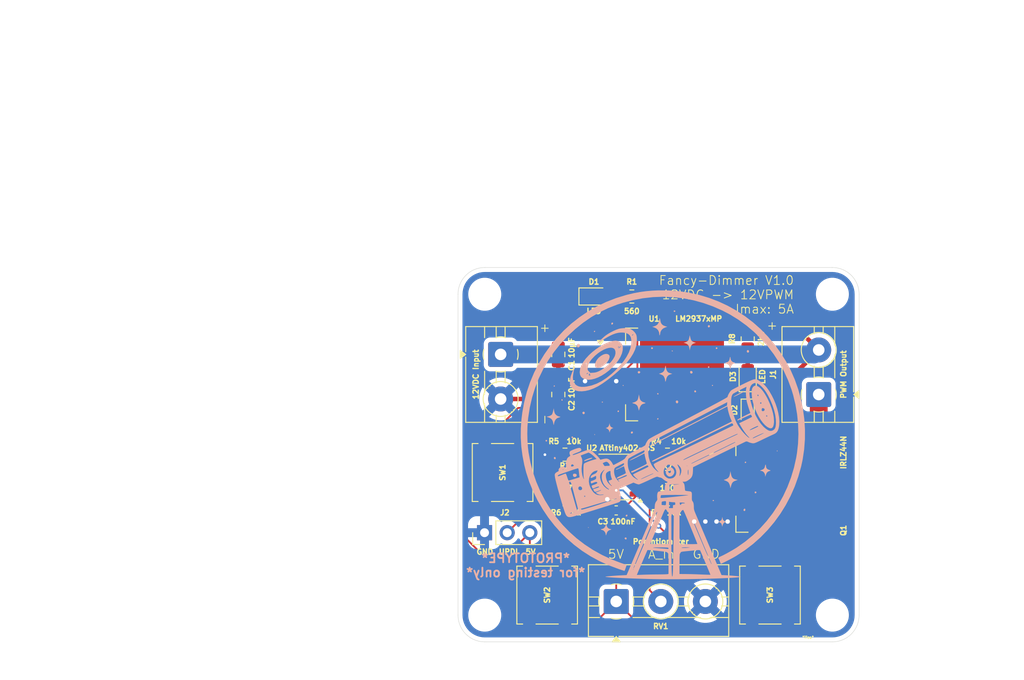
<source format=kicad_pcb>
(kicad_pcb (version 20241229) (generator "pcbnew") (generator_version "9.0")
  (title_block (title "Fancy-Dimmer (ATTiny402_PWM)") (date "2025-03-25") (rev "1"))
  (layers (0 "F.Cu" signal) (2 "B.Cu" signal) (13 "F.Paste" user) (15 "B.Paste" user) (5 "F.SilkS" user "F.Silkscreen") (7 "B.SilkS" user "B.Silkscreen") (1 "F.Mask" user) (3 "B.Mask" user) (25 "Edge.Cuts" user))
  (net 0 "")
  (net 1 "/Vin")
  (net 2 "GND")
  (net 3 "5V")
  (net 4 "Net-(D1-A)")
  (net 5 "Net-(D2-A)")
  (net 6 "Net-(D3-A)")
  (net 7 "Net-(J2-Pin_2)")
  (net 8 "Net-(Q1-G)")
  (net 9 "Net-(U2-~{RESET}{slash}PA0)")
  (net 10 "/PWM_O")
  (net 11 "Net-(U2-PA6)")
  (net 12 "Net-(U2-PA1)")
  (net 13 "Net-(U2-PA2)")
  (net 14 "Net-(U2-PA3)")
  (footprint "Resistor_SMD:R_0805_2012Metric" (layer "F.Cu") (at 156.173 94.882)
    (property "Reference" "R1" (at 0 -1.65 0) (layer "F.SilkS") (effects (font (size 0.6 0.6))))
    (property "Value" "560" (at 0 1.65 0) (layer "F.SilkS") (effects (font (size 0.6 0.6))))
    (pad "1" smd roundrect (at -0.9125 0) (size 1.025 1.4) (layers "F.Cu" "F.Mask" "F.Paste") (roundrect_rratio 0.243902) (net 4 "Net-(D1-A)"))
    (pad "2" smd roundrect (at 0.9125 0) (size 1.025 1.4) (layers "F.Cu" "F.Mask" "F.Paste") (roundrect_rratio 0.243902) (net 3 "5V"))
  )
  (footprint "Resistor_SMD:R_0805_2012Metric" (layer "F.Cu") (at 160.173 115.132 180)
    (property "Reference" "R3" (at 1.25 -4 0) (layer "F.SilkS") (effects (font (size 0.6 0.6))))
    (property "Value" "100" (at 0 -1.25 0) (layer "F.SilkS") (effects (font (size 0.6 0.6))))
    (pad "1" smd roundrect (at -0.9125 0 180) (size 1.025 1.4) (layers "F.Cu" "F.Mask" "F.Paste") (roundrect_rratio 0.243902) (net 8 "Net-(Q1-G)"))
    (pad "2" smd roundrect (at 0.9125 0 180) (size 1.025 1.4) (layers "F.Cu" "F.Mask" "F.Paste") (roundrect_rratio 0.243902) (net 10 "/PWM_O"))
  )
  (footprint "Resistor_SMD:R_0805_2012Metric" (layer "F.Cu") (at 160.173 112.632)
    (property "Reference" "R4" (at -1.25 -1.5 0) (layer "F.SilkS") (effects (font (size 0.6 0.6))))
    (property "Value" "10k" (at 1.25 -1.5 0) (layer "F.SilkS") (effects (font (size 0.6 0.6))))
    (pad "1" smd roundrect (at -0.9125 0) (size 1.025 1.4) (layers "F.Cu" "F.Mask" "F.Paste") (roundrect_rratio 0.243902) (net 12 "Net-(U2-PA1)"))
    (pad "2" smd roundrect (at 0.9125 0) (size 1.025 1.4) (layers "F.Cu" "F.Mask" "F.Paste") (roundrect_rratio 0.243902) (net 2 "GND"))
  )
  (footprint "Capacitor_SMD:C_0603_1608Metric" (layer "F.Cu") (at 154.423 118.882 180)
    (property "Reference" "C3" (at 1.5 -1.25 0) (layer "F.SilkS") (effects (font (size 0.6 0.6))))
    (property "Value" "100nF" (at -0.75 -1.25 0) (layer "F.SilkS") (effects (font (size 0.6 0.6))))
    (pad "1" smd roundrect (at -0.775 0 180) (size 0.9 0.95) (layers "F.Cu" "F.Mask" "F.Paste") (net 3 "5V"))
    (pad "2" smd roundrect (at 0.775 0 180) (size 0.9 0.95) (layers "F.Cu" "F.Mask" "F.Paste") (net 2 "GND"))
  )
  (footprint "MountingHole:MountingHole_3.2mm_M3_DIN965" (layer "F.Cu") (at 178.673 94.632)
    (property "Reference" "H3" (hide yes))
    (property "Value" "MountingHole" (hide yes))
    (pad "" np_thru_hole circle (at 0 0) (size 3.2 3.2) (drill 3.2) (layers "*.Cu" "*.Mask"))
  )
  (footprint "Button_Switch_SMD:SW_SPST_B3SL-1002P" (layer "F.Cu") (at 146.673 128.382 90)
    (property "Reference" "SW2" (at 0 0 90) (layer "F.SilkS") (effects (font (size 0.6 0.6))))
    (property "Value" "SW_Push" (hide yes))
    (pad "1" smd rect (at -2.875 -2 90) (size 2.75 1) (layers "F.Cu" "F.Mask" "F.Paste") (net 3 "5V"))
    (pad "1" smd rect (at 2.875 -2 90) (size 2.75 1) (layers "F.Cu" "F.Mask" "F.Paste") (net 3 "5V"))
    (pad "2" smd rect (at -2.875 2 90) (size 2.75 1) (layers "F.Cu" "F.Mask" "F.Paste") (net 13 "Net-(U2-PA2)"))
    (pad "2" smd rect (at 2.875 2 90) (size 2.75 1) (layers "F.Cu" "F.Mask" "F.Paste") (net 13 "Net-(U2-PA2)"))
  )
  (footprint "Diode_SMD:D_0603_1608Metric" (layer "F.Cu") (at 169.173 107.882 -90)
    (property "Reference" "D2" (at -0.25 1.5 90) (layer "F.SilkS") (effects (font (size 0.6 0.6))))
    (property "Value" "D" (hide yes))
    (pad "1" smd roundrect (at -0.7875 0 270) (size 0.875 0.95) (layers "F.Cu" "F.Mask" "F.Paste") (net 1 "/Vin"))
    (pad "2" smd roundrect (at 0.7875 0 270) (size 0.875 0.95) (layers "F.Cu" "F.Mask" "F.Paste") (net 5 "Net-(D2-A)"))
  )
  (footprint "Connector_PinHeader_2.54mm:PinHeader_1x03_P2.54mm_Vertical" (layer "F.Cu") (at 139.648 121.382 90)
    (property "Reference" "J2" (at 2.25 2.275 180) (layer "F.SilkS") (effects (font (size 0.6 0.6))))
    (property "Value" "Conn_01x03_Pin" (hide yes))
    (pad "1" thru_hole rect (at 0 0 90) (size 1.7 1.7) (drill 1) (layers "*.Cu" "*.Mask") (net 2 "GND"))
    (pad "2" thru_hole oval (at 0 2.54 90) (size 1.7 1.7) (drill 1) (layers "*.Cu" "*.Mask") (net 7 "Net-(J2-Pin_2)"))
    (pad "3" thru_hole oval (at 0 5.08 90) (size 1.7 1.7) (drill 1) (layers "*.Cu" "*.Mask") (net 3 "5V"))
  )
  (footprint "Package_TO_SOT_SMD:TO-263-3_TabPin4" (layer "F.Cu") (at 160.298 103.632)
    (property "Reference" "U1" (at -1.625 -6.25 0) (layer "F.SilkS") (effects (font (size 0.6 0.6))))
    (property "Value" "LM2937xMP" (at 3.375 -6.25 0) (layer "F.SilkS") (effects (font (size 0.6 0.6))))
    (pad "1" smd roundrect (at -7.65 -2.54) (size 4.6 1.1) (layers "F.Cu" "F.Mask" "F.Paste") (roundrect_rratio 0.227273) (net 1 "/Vin"))
    (pad "2" smd roundrect (at -7.65 0) (size 4.6 1.1) (layers "F.Cu" "F.Mask" "F.Paste") (roundrect_rratio 0.227273) (net 2 "GND"))
    (pad "3" smd roundrect (at -7.65 2.54) (size 4.6 1.1) (layers "F.Cu" "F.Mask" "F.Paste") (roundrect_rratio 0.227273) (net 3 "5V"))
    (pad "4" smd roundrect (at -0.925 -2.775) (size 4.55 5.25) (layers "F.Cu" "F.Paste") (roundrect_rratio 0.054945))
    (pad "4" smd roundrect (at -0.925 2.775) (size 4.55 5.25) (layers "F.Cu" "F.Paste") (roundrect_rratio 0.054945))
    (pad "4" smd roundrect (at 1.5 0) (size 9.4 10.8) (layers "F.Cu" "F.Mask") (roundrect_rratio 0.026596))
    (pad "4" smd roundrect (at 3.925 -2.775) (size 4.55 5.25) (layers "F.Cu" "F.Paste") (roundrect_rratio 0.054945))
    (pad "4" smd roundrect (at 3.925 2.775) (size 4.55 5.25) (layers "F.Cu" "F.Paste") (roundrect_rratio 0.054945))
  )
  (footprint "hmst:logo6" (layer "F.Cu") (at 159.673 110.382)
    (property "Reference" "G***" (hide yes))
    (property "Value" "LOGO" (hide yes))
  )
  (footprint "MountingHole:MountingHole_3.2mm_M3_DIN965" (layer "F.Cu") (at 139.673 94.632)
    (property "Reference" "H1" (hide yes))
    (property "Value" "MountingHole" (hide yes))
    (pad "" np_thru_hole circle (at 0 0) (size 3.2 3.2) (drill 3.2) (layers "*.Cu" "*.Mask"))
  )
  (footprint "TerminalBlock:TerminalBlock_MaiXu_MX126-5.0-03P_1x03_P5.00mm" (layer "F.Cu") (at 154.423 129.0995)
    (property "Reference" "RV1" (at 5 2.7825 0) (layer "F.SilkS") (effects (font (size 0.6 0.6))))
    (property "Value" "Potentiometer" (at 5 -6.7175 0) (layer "F.SilkS") (effects (font (size 0.6 0.6))))
    (pad "1" thru_hole roundrect (at 0 0) (size 2.8 2.8) (drill 1.3) (layers "*.Cu" "*.Mask") (roundrect_rratio 0.089286) (net 3 "5V"))
    (pad "2" thru_hole circle (at 5 0) (size 2.8 2.8) (drill 1.3) (layers "*.Cu" "*.Mask") (net 11 "Net-(U2-PA6)"))
    (pad "3" thru_hole circle (at 10 0) (size 2.8 2.8) (drill 1.3) (layers "*.Cu" "*.Mask") (net 2 "GND"))
  )
  (footprint "Resistor_SMD:R_0805_2012Metric" (layer "F.Cu") (at 148.673 117.632)
    (property "Reference" "R6" (at -1 1.5 0) (layer "F.SilkS") (effects (font (size 0.6 0.6))))
    (property "Value" "10k" (at 1 1.5 0) (layer "F.SilkS") (effects (font (size 0.6 0.6))))
    (pad "1" smd roundrect (at -0.9125 0) (size 1.025 1.4) (layers "F.Cu" "F.Mask" "F.Paste") (roundrect_rratio 0.243902) (net 14 "Net-(U2-PA3)"))
    (pad "2" smd roundrect (at 0.9125 0) (size 1.025 1.4) (layers "F.Cu" "F.Mask" "F.Paste") (roundrect_rratio 0.243902) (net 2 "GND"))
  )
  (footprint "Resistor_SMD:R_0805_2012Metric" (layer "F.Cu") (at 148.673 115.132)
    (property "Reference" "R2" (at 0 -1.25 0) (layer "F.SilkS") (effects (font (size 0.6 0.6))))
    (property "Value" "4k7" (at 0 1.25 0) (layer "F.SilkS") (effects (font (size 0.6 0.6))))
    (pad "1" smd roundrect (at -0.9125 0) (size 1.025 1.4) (layers "F.Cu" "F.Mask" "F.Paste") (roundrect_rratio 0.243902) (net 7 "Net-(J2-Pin_2)"))
    (pad "2" smd roundrect (at 0.9125 0) (size 1.025 1.4) (layers "F.Cu" "F.Mask" "F.Paste") (roundrect_rratio 0.243902) (net 9 "Net-(U2-~{RESET}{slash}PA0)"))
  )
  (footprint "Button_Switch_SMD:SW_SPST_B3SL-1002P" (layer "F.Cu") (at 141.673 114.632 90)
    (property "Reference" "SW1" (at 0 0 90) (layer "F.SilkS") (effects (font (size 0.6 0.6))))
    (property "Value" "SW_Push" (hide yes))
    (pad "1" smd rect (at -2.875 -2 90) (size 2.75 1) (layers "F.Cu" "F.Mask" "F.Paste") (net 3 "5V"))
    (pad "1" smd rect (at 2.875 -2 90) (size 2.75 1) (layers "F.Cu" "F.Mask" "F.Paste") (net 3 "5V"))
    (pad "2" smd rect (at -2.875 2 90) (size 2.75 1) (layers "F.Cu" "F.Mask" "F.Paste") (net 12 "Net-(U2-PA1)"))
    (pad "2" smd rect (at 2.875 2 90) (size 2.75 1) (layers "F.Cu" "F.Mask" "F.Paste") (net 12 "Net-(U2-PA1)"))
  )
  (footprint "Capacitor_SMD:C_0805_2012Metric" (layer "F.Cu") (at 147.923 105.882 90)
    (property "Reference" "C2" (at -1.25 1.5 90) (layer "F.SilkS") (effects (font (size 0.6 0.6))))
    (property "Value" "10µF" (at 0.75 1.5 90) (layer "F.SilkS") (effects (font (size 0.6 0.6))))
    (pad "1" smd roundrect (at -0.95 0 90) (size 1 1.45) (layers "F.Cu" "F.Mask" "F.Paste") (net 3 "5V"))
    (pad "2" smd roundrect (at 0.95 0 90) (size 1 1.45) (layers "F.Cu" "F.Mask" "F.Paste") (net 2 "GND"))
  )
  (footprint "Resistor_SMD:R_0805_2012Metric" (layer "F.Cu") (at 169.173 99.632 -90)
    (property "Reference" "R8" (at 0 1.75 90) (layer "F.SilkS") (effects (font (size 0.6 0.6))))
    (property "Value" "2k2" (at 0 -1.5 90) (layer "F.SilkS") (effects (font (size 0.6 0.6))))
    (pad "1" smd roundrect (at -0.9125 0 270) (size 1.025 1.4) (layers "F.Cu" "F.Mask" "F.Paste") (roundrect_rratio 0.243902) (net 1 "/Vin"))
    (pad "2" smd roundrect (at 0.9125 0 270) (size 1.025 1.4) (layers "F.Cu" "F.Mask" "F.Paste") (roundrect_rratio 0.243902) (net 6 "Net-(D3-A)"))
  )
  (footprint "Resistor_SMD:R_0805_2012Metric" (layer "F.Cu") (at 160.173 117.632)
    (property "Reference" "R7" (at 0 -3.75 0) (layer "F.SilkS") (effects (font (size 0.6 0.6))))
    (property "Value" "10k" (at 0.75 1.5 0) (layer "F.SilkS") (effects (font (size 0.6 0.6))))
    (pad "1" smd roundrect (at -0.9125 0) (size 1.025 1.4) (layers "F.Cu" "F.Mask" "F.Paste") (roundrect_rratio 0.243902) (net 2 "GND"))
    (pad "2" smd roundrect (at 0.9125 0) (size 1.025 1.4) (layers "F.Cu" "F.Mask" "F.Paste") (roundrect_rratio 0.243902) (net 8 "Net-(Q1-G)"))
  )
  (footprint "MountingHole:MountingHole_3.2mm_M3_DIN965" (layer "F.Cu") (at 178.673 130.632)
    (property "Reference" "H4" (hide yes))
    (property "Value" "MountingHole" (hide yes))
    (pad "" np_thru_hole circle (at 0 0) (size 3.2 3.2) (drill 3.2) (layers "*.Cu" "*.Mask"))
  )
  (footprint "LED_SMD:LED_0805_2012Metric" (layer "F.Cu") (at 151.923 94.882)
    (property "Reference" "D1" (at 0 -1.65 0) (layer "F.SilkS") (effects (font (size 0.6 0.6))))
    (property "Value" "LED" (at 0 1.65 0) (layer "F.SilkS") (effects (font (size 0.6 0.6))))
    (pad "1" smd roundrect (at -0.9375 0) (size 0.975 1.4) (layers "F.Cu" "F.Mask" "F.Paste") (net 2 "GND"))
    (pad "2" smd roundrect (at 0.9375 0) (size 0.975 1.4) (layers "F.Cu" "F.Mask" "F.Paste") (net 4 "Net-(D1-A)"))
  )
  (footprint "Capacitor_SMD:C_0805_2012Metric" (layer "F.Cu") (at 147.923 101.382 -90)
    (property "Reference" "C1" (at 1.25 -1.5 90) (layer "F.SilkS") (effects (font (size 0.6 0.6))))
    (property "Value" "10µF" (at -0.75 -1.5 90) (layer "F.SilkS") (effects (font (size 0.6 0.6))))
    (pad "1" smd roundrect (at -0.95 0 270) (size 1 1.45) (layers "F.Cu" "F.Mask" "F.Paste") (net 1 "/Vin"))
    (pad "2" smd roundrect (at 0.95 0 270) (size 1 1.45) (layers "F.Cu" "F.Mask" "F.Paste") (net 2 "GND"))
  )
  (footprint "TerminalBlock:TerminalBlock_MaiXu_MX126-5.0-02P_1x02_P5.00mm" (layer "F.Cu") (at 177.1405 105.882 90)
    (property "Reference" "J1" (at 2.25 -5.12 90) (layer "F.SilkS") (effects (font (size 0.6 0.6))))
    (property "Value" "PWM Output" (at 2.25 2.7825 90) (layer "F.SilkS") (effects (font (size 0.6 0.6))))
    (pad "1" thru_hole roundrect (at 0 0 90) (size 2.8 2.8) (drill 1.3) (layers "*.Cu" "*.Mask") (roundrect_rratio 0.089286) (net 5 "Net-(D2-A)"))
    (pad "2" thru_hole circle (at 5 0 90) (size 2.8 2.8) (drill 1.3) (layers "*.Cu" "*.Mask") (net 1 "/Vin"))
  )
  (footprint "Button_Switch_SMD:SW_SPST_B3SL-1002P" (layer "F.Cu") (at 171.673 128.382 -90)
    (property "Reference" "SW3" (at 0 0 90) (layer "F.SilkS") (effects (font (size 0.6 0.6))))
    (property "Value" "SW_Push" (hide yes))
    (pad "1" smd rect (at -2.875 -2 270) (size 2.75 1) (layers "F.Cu" "F.Mask" "F.Paste") (net 3 "5V"))
    (pad "1" smd rect (at 2.875 -2 270) (size 2.75 1) (layers "F.Cu" "F.Mask" "F.Paste") (net 3 "5V"))
    (pad "2" smd rect (at -2.875 2 270) (size 2.75 1) (layers "F.Cu" "F.Mask" "F.Paste") (net 14 "Net-(U2-PA3)"))
    (pad "2" smd rect (at 2.875 2 270) (size 2.75 1) (layers "F.Cu" "F.Mask" "F.Paste") (net 14 "Net-(U2-PA3)"))
  )
  (footprint "Package_TO_SOT_SMD:TO-263-3_TabPin2" (layer "F.Cu") (at 172.673 116.132)
    (property "Reference" "Q1" (at 7.25 5 90) (layer "F.SilkS") (effects (font (size 0.6 0.6))))
    (property "Value" "IRLZ44N" (at 7.25 -3.75 270) (layer "F.SilkS") (effects (font (size 0.6 0.6))))
    (pad "1" smd roundrect (at -7.65 -2.54) (size 4.6 1.1) (layers "F.Cu" "F.Mask" "F.Paste") (roundrect_rratio 0.227273) (net 8 "Net-(Q1-G)"))
    (pad "2" smd roundrect (at -7.65 0) (size 4.6 1.1) (layers "F.Cu" "F.Mask" "F.Paste") (roundrect_rratio 0.227273) (net 5 "Net-(D2-A)"))
    (pad "2" smd roundrect (at -0.925 -2.775) (size 4.55 5.25) (layers "F.Cu" "F.Paste") (roundrect_rratio 0.054945) (net 5 "Net-(D2-A)"))
    (pad "2" smd roundrect (at -0.925 2.775) (size 4.55 5.25) (layers "F.Cu" "F.Paste") (roundrect_rratio 0.054945) (net 5 "Net-(D2-A)"))
    (pad "2" smd roundrect (at 1.5 0) (size 9.4 10.8) (layers "F.Cu" "F.Mask") (roundrect_rratio 0.026596) (net 5 "Net-(D2-A)"))
    (pad "2" smd roundrect (at 3.925 -2.775) (size 4.55 5.25) (layers "F.Cu" "F.Paste") (roundrect_rratio 0.054945) (net 5 "Net-(D2-A)"))
    (pad "2" smd roundrect (at 3.925 2.775) (size 4.55 5.25) (layers "F.Cu" "F.Paste") (roundrect_rratio 0.054945) (net 5 "Net-(D2-A)"))
    (pad "3" smd roundrect (at -7.65 2.54) (size 4.6 1.1) (layers "F.Cu" "F.Mask" "F.Paste") (roundrect_rratio 0.227273) (net 2 "GND"))
  )
  (footprint "TerminalBlock:TerminalBlock_MaiXu_MX126-5.0-02P_1x02_P5.00mm" (layer "F.Cu") (at 141.4555 101.382 -90)
    (property "Reference" "BT1" (hide yes))
    (property "Value" "12VDC Input" (at 2.25 2.7825 90) (layer "F.SilkS") (effects (font (size 0.6 0.6))))
    (pad "1" thru_hole roundrect (at 0 0 270) (size 2.8 2.8) (drill 1.3) (layers "*.Cu" "*.Mask") (roundrect_rratio 0.089286) (net 1 "/Vin"))
    (pad "2" thru_hole circle (at 5 0 270) (size 2.8 2.8) (drill 1.3) (layers "*.Cu" "*.Mask") (net 2 "GND"))
  )
  (footprint "LED_SMD:LED_0805_2012Metric" (layer "F.Cu") (at 169.173 103.882 90)
    (property "Reference" "D3" (at 0 -1.65 90) (layer "F.SilkS") (effects (font (size 0.6 0.6))))
    (property "Value" "LED" (at 0 1.65 90) (layer "F.SilkS") (effects (font (size 0.6 0.6))))
    (pad "1" smd roundrect (at -0.9375 0 90) (size 0.975 1.4) (layers "F.Cu" "F.Mask" "F.Paste") (net 5 "Net-(D2-A)"))
    (pad "2" smd roundrect (at 0.9375 0 90) (size 0.975 1.4) (layers "F.Cu" "F.Mask" "F.Paste") (net 6 "Net-(D3-A)"))
  )
  (footprint "MountingHole:MountingHole_3.2mm_M3_DIN965" (layer "F.Cu") (at 139.673 130.632)
    (property "Reference" "H2" (hide yes))
    (property "Value" "MountingHole" (hide yes))
    (pad "" np_thru_hole circle (at 0 0) (size 3.2 3.2) (drill 3.2) (layers "*.Cu" "*.Mask"))
  )
  (footprint "Package_SO:SOIC-8_3.9x4.9mm_P1.27mm" (layer "F.Cu") (at 154.423 115.132 180)
    (property "Reference" "U2" (at 2.75 3.25 0) (layer "F.SilkS") (effects (font (size 0.6 0.6))))
    (property "Value" "ATtiny402-SS" (at -1.25 3.25 0) (layer "F.SilkS") (effects (font (size 0.6 0.6))))
    (pad "1" smd roundrect (at -2.475 -1.905 180) (size 1.95 0.6) (layers "F.Cu" "F.Mask" "F.Paste") (net 3 "5V"))
    (pad "2" smd roundrect (at -2.475 -0.635 180) (size 1.95 0.6) (layers "F.Cu" "F.Mask" "F.Paste") (net 11 "Net-(U2-PA6)"))
    (pad "3" smd roundrect (at -2.475 0.635 180) (size 1.95 0.6) (layers "F.Cu" "F.Mask" "F.Paste") (net 10 "/PWM_O"))
    (pad "4" smd roundrect (at -2.475 1.905 180) (size 1.95 0.6) (layers "F.Cu" "F.Mask" "F.Paste") (net 12 "Net-(U2-PA1)"))
    (pad "5" smd roundrect (at 2.475 1.905 180) (size 1.95 0.6) (layers "F.Cu" "F.Mask" "F.Paste") (net 13 "Net-(U2-PA2)"))
    (pad "6" smd roundrect (at 2.475 0.635 180) (size 1.95 0.6) (layers "F.Cu" "F.Mask" "F.Paste") (net 9 "Net-(U2-~{RESET}{slash}PA0)"))
    (pad "7" smd roundrect (at 2.475 -0.635 180) (size 1.95 0.6) (layers "F.Cu" "F.Mask" "F.Paste") (net 14 "Net-(U2-PA3)"))
    (pad "8" smd roundrect (at 2.475 -1.905 180) (size 1.95 0.6) (layers "F.Cu" "F.Mask" "F.Paste") (net 2 "GND"))
  )
  (footprint "Resistor_SMD:R_0805_2012Metric" (layer "F.Cu") (at 148.673 112.632 180)
    (property "Reference" "R5" (at 1.25 1.5 0) (layer "F.SilkS") (effects (font (size 0.6 0.6))))
    (property "Value" "10k" (at -1 1.5 0) (layer "F.SilkS") (effects (font (size 0.6 0.6))))
    (pad "1" smd roundrect (at -0.9125 0 180) (size 1.025 1.4) (layers "F.Cu" "F.Mask" "F.Paste") (roundrect_rratio 0.243902) (net 13 "Net-(U2-PA2)"))
    (pad "2" smd roundrect (at 0.9125 0 180) (size 1.025 1.4) (layers "F.Cu" "F.Mask" "F.Paste") (roundrect_rratio 0.243902) (net 2 "GND"))
  )
  (gr_line (start 139.673 133.632) (end 178.673 133.632) (stroke (width 0.05)) (layer "Edge.Cuts"))
  (gr_arc (start 139.673 133.632) (mid 137.55168 132.75332) (end 136.673 130.632) (stroke (width 0.05)) (layer "Edge.Cuts"))
  (gr_arc (start 181.673 130.632) (mid 180.79432 132.75332) (end 178.673 133.632) (stroke (width 0.05)) (layer "Edge.Cuts"))
  (gr_arc (start 178.673 91.632) (mid 180.79432 92.51068) (end 181.673 94.632) (stroke (width 0.05)) (layer "Edge.Cuts"))
  (gr_line (start 136.673 94.632) (end 136.673 130.632) (stroke (width 0.05)) (layer "Edge.Cuts"))
  (gr_arc (start 136.673 94.632) (mid 137.55168 92.51068) (end 139.673 91.632) (stroke (width 0.05)) (layer "Edge.Cuts"))
  (gr_line (start 181.673 130.632) (end 181.673 94.632) (stroke (width 0.05)) (layer "Edge.Cuts"))
  (gr_line (start 178.673 91.632) (end 139.673 91.632) (stroke (width 0.05)) (layer "Edge.Cuts"))
  (gr_text "*ifos*" (at 175.253 133.298 0) (layer "F.SilkS") (effects (font (size 0.3 0.3) (thickness 0.075) (bold yes)) (justify left bottom)))
  (gr_text "GND" (at 138.673 123.882 0) (layer "F.SilkS") (effects (font (size 0.6 0.6) (thickness 0.15) (bold yes)) (justify left bottom)))
  (gr_text "+" (at 146.923 99.132 90) (layer "F.SilkS") (effects (font (size 1 1) (thickness 0.1)) (justify left bottom)))
  (gr_text "5V" (at 144.173 123.882 0) (layer "F.SilkS") (effects (font (size 0.6 0.6) (thickness 0.15) (bold yes)) (justify left bottom)))
  (gr_text "-" (at 146.923 109.382 90) (layer "F.SilkS") (effects (font (size 1 1) (thickness 0.1)) (justify left bottom)))
  (gr_text "A_In" (at 157.923 124.382 0) (layer "F.SilkS") (effects (font (size 1 1) (thickness 0.1)) (justify left bottom)))
  (gr_text "-" (at 172.423 109.632 90) (layer "F.SilkS") (effects (font (size 1 1) (thickness 0.1)) (justify left bottom)))
  (gr_text "Fancy-Dimmer V1.0\n12VDC -> 12VPWM\nImax: 5A" (at 174.423 96.882 0) (layer "F.SilkS") (effects (font (size 1 1) (thickness 0.1)) (justify right bottom)))
  (gr_text "+" (at 172.423 98.882 90) (layer "F.SilkS") (effects (font (size 1 1) (thickness 0.1)) (justify left bottom)))
  (gr_text "5V" (at 153.423 124.382 0) (layer "F.SilkS") (effects (font (size 1 1) (thickness 0.1)) (justify left bottom)))
  (gr_text "UPDI" (at 141.173 123.882 0) (layer "F.SilkS") (effects (font (size 0.6 0.6) (thickness 0.15) (bold yes)) (justify left bottom)))
  (gr_text "GND" (at 162.923 124.382 0) (layer "F.SilkS") (effects (font (size 1 1) (thickness 0.1)) (justify left bottom)))
  (gr_text "*PROTOTYPE*\n*for testing only*" (at 144.265 126.44 0) (layer "B.SilkS") (effects (font (size 1 1) (thickness 0.2) (bold yes)) (justify bottom mirror)))
  (segment (start 169.173 107.0945) (end 173.4605 107.0945) (width 0.5) (layer "F.Cu") (net 1))
  (segment (start 174.173 106.382) (end 174.173 103.8495) (width 0.5) (layer "F.Cu") (net 1))
  (segment (start 174.173 103.8495) (end 177.1405 100.882) (width 0.5) (layer "F.Cu") (net 1))
  (segment (start 174.978 98.7195) (end 177.1405 100.882) (width 0.5) (layer "F.Cu") (net 1))
  (segment (start 146.773 101.382) (end 141.4555 101.382) (width 0.5) (layer "F.Cu") (net 1))
  (segment (start 152.648 101.092) (end 148.583 101.092) (width 0.5) (layer "F.Cu") (net 1))
  (segment (start 147.923 100.432) (end 147.723 100.432) (width 0.5) (layer "F.Cu") (net 1))
  (segment (start 147.723 100.432) (end 146.773 101.382) (width 0.5) (layer "F.Cu") (net 1))
  (segment (start 148.583 101.092) (end 147.923 100.432) (width 0.5) (layer "F.Cu") (net 1))
  (segment (start 169.173 98.7195) (end 174.978 98.7195) (width 0.5) (layer "F.Cu") (net 1))
  (segment (start 173.4605 107.0945) (end 174.173 106.382) (width 0.5) (layer "F.Cu") (net 1))
  (segment (start 141.4555 101.382) (end 176.6405 101.382) (width 2) (layer "B.Cu") (net 1))
  (segment (start 176.6405 101.382) (end 177.1405 100.882) (width 2) (layer "B.Cu") (net 1))
  (segment (start 166.923 120.132) (end 166.483 120.132) (width 2) (layer "F.Cu") (net 2))
  (segment (start 149.5855 117.632) (end 151.353 117.632) (width 0.2) (layer "F.Cu") (net 2))
  (segment (start 153.423 118.657) (end 153.648 118.882) (width 0.2) (layer "F.Cu") (net 2))
  (segment (start 159.2605 117.632) (end 161.7605 120.132) (width 0.2) (layer "F.Cu") (net 2))
  (segment (start 153.423 117.632) (end 153.423 118.657) (width 0.2) (layer "F.Cu") (net 2))
  (segment (start 156.396 98.105) (end 156.396 102.184) (width 0.2) (layer "F.Cu") (net 2))
  (segment (start 150.923 104.382) (end 154.423 104.382) (width 0.5) (layer "F.Cu") (net 2))
  (segment (start 151.948 117.037) (end 152.828 117.037) (width 0.2) (layer "F.Cu") (net 2))
  (segment (start 161.7605 120.132) (end 163.173 120.132) (width 0.2) (layer "F.Cu") (net 2))
  (segment (start 166.483 120.132) (end 165.023 118.672) (width 2) (layer "F.Cu") (net 2))
  (segment (start 151.348 104.932) (end 152.648 103.632) (width 0.5) (layer "F.Cu") (net 2))
  (segment (start 154.423 104.382) (end 153.398 104.382) (width 0.5) (layer "F.Cu") (net 2))
  (segment (start 164.423 120.132) (end 165.673 120.132) (width 2) (layer "F.Cu") (net 2))
  (segment (start 151.898 104.382) (end 152.648 103.632) (width 0.5) (layer "F.Cu") (net 2))
  (segment (start 147.7605 112.632) (end 146.423 112.632) (width 0.2) (layer "F.Cu") (net 2))
  (segment (start 155.423 97.132) (end 156.396 98.105) (width 0.2) (layer "F.Cu") (net 2))
  (segment (start 150.923 104.382) (end 151.898 104.382) (width 0.5) (layer "F.Cu") (net 2))
  (segment (start 153.2355 97.132) (end 155.423 97.132) (width 0.2) (layer "F.Cu") (net 2))
  (segment (start 153.398 104.382) (end 152.648 103.632) (width 0.5) (layer "F.Cu") (net 2))
  (segment (start 141.4555 106.382) (end 146.473 106.382) (width 0.5) (layer "F.Cu") (net 2))
  (segment (start 160.272 113.4455) (end 161.0855 112.632) (width 0.2) (layer "F.Cu") (net 2))
  (segment (start 151.353 117.632) (end 151.948 117.037) (width 0.2) (layer "F.Cu") (net 2))
  (segment (start 160.272 116.6205) (end 160.272 113.4455) (width 0.2) (layer "F.Cu") (net 2))
  (segment (start 156.396 102.184) (end 154.948 103.632) (width 0.2) (layer "F.Cu") (net 2))
  (segment (start 154.948 103.632) (end 152.648 103.632) (width 0.2) (layer "F.Cu") (net 2))
  (segment (start 150.9855 94.882) (end 153.2355 97.132) (width 0.2) (layer "F.Cu") (net 2))
  (segment (start 147.923 102.332) (end 147.923 104.932) (width 0.5) (layer "F.Cu") (net 2))
  (segment (start 163.173 120.132) (end 163.563 120.132) (width 2) (layer "F.Cu") (net 2))
  (segment (start 146.473 106.382) (end 147.923 104.932) (width 0.5) (layer "F.Cu") (net 2))
  (segment (start 147.923 104.932) (end 151.348 104.932) (width 0.5) (layer "F.Cu") (net 2))
  (segment (start 163.563 120.132) (end 165.023 118.672) (width 2) (layer "F.Cu") (net 2))
  (segment (start 152.828 117.037) (end 153.423 117.632) (width 0.2) (layer "F.Cu") (net 2))
  (segment (start 159.2605 117.632) (end 160.272 116.6205) (width 0.2) (layer "F.Cu") (net 2))
  (via (at 163.173 120.132) (size 0.8) (drill 0.5) (layers "F.Cu" "B.Cu") (net 2))
  (via (at 165.673 120.132) (size 0.8) (drill 0.5) (layers "F.Cu" "B.Cu") (net 2))
  (via (at 166.923 120.132) (size 0.8) (drill 0.5) (layers "F.Cu" "B.Cu") (net 2))
  (via (at 154.423 104.382) (size 0.8) (drill 0.5) (layers "F.Cu" "B.Cu") (net 2))
  (via (at 153.423 117.632) (size 0.8) (drill 0.5) (layers "F.Cu" "B.Cu") (net 2))
  (via (at 146.423 112.632) (size 0.6) (drill 0.3) (layers "F.Cu" "B.Cu") (net 2))
  (via (at 164.423 120.132) (size 0.8) (drill 0.5) (layers "F.Cu" "B.Cu") (net 2))
  (via (at 150.923 104.382) (size 0.8) (drill 0.5) (layers "F.Cu" "B.Cu") (net 2))
  (segment (start 150.5895 132.933) (end 154.423 129.0995) (width 0.2) (layer "F.Cu") (net 3))
  (segment (start 173.673 131.257) (end 171.997 132.933) (width 0.2) (layer "F.Cu") (net 3))
  (segment (start 152.648 106.172) (end 148.583 106.172) (width 0.5) (layer "F.Cu") (net 3))
  (segment (start 142.728 123.382) (end 138.923 123.382) (width 0.2) (layer "F.Cu") (net 3))
  (segment (start 171.997 132.933) (end 158.2565 132.933) (width 0.2) (layer "F.Cu") (net 3))
  (segment (start 154.423 119.657) (end 155.198 118.882) (width 0.2) (layer "F.Cu") (net 3))
  (segment (start 155.198 118.737) (end 156.898 117.037) (width 0.2) (layer "F.Cu") (net 3))
  (segment (start 156.797 104.382) (end 155.007 106.172) (width 0.2) (layer "F.Cu") (net 3))
  (segment (start 144.673 125.132) (end 144.728 125.077) (width 0.2) (layer "F.Cu") (net 3))
  (segment (start 144.673 131.257) (end 146.349 132.933) (width 0.2) (layer "F.Cu") (net 3))
  (segment (start 173.673 131.257) (end 173.673 125.507) (width 0.2) (layer "F.Cu") (net 3))
  (segment (start 156.797 95.1705) (end 156.797 104.382) (width 0.2) (layer "F.Cu") (net 3))
  (segment (start 155.007 106.172) (end 152.648 106.172) (width 0.2) (layer "F.Cu") (net 3))
  (segment (start 137.673 122.132) (end 137.673 119.507) (width 0.2) (layer "F.Cu") (net 3))
  (segment (start 154.423 129.0995) (end 154.423 119.657) (width 0.2) (layer "F.Cu") (net 3))
  (segment (start 158.2565 132.933) (end 154.423 129.0995) (width 0.2) (layer "F.Cu") (net 3))
  (segment (start 144.673 131.257) (end 144.673 125.507) (width 0.2) (layer "F.Cu") (net 3))
  (segment (start 144.728 125.077) (end 144.728 121.382) (width 0.2) (layer "F.Cu") (net 3))
  (segment (start 139.673 111.132) (end 143.423 107.382) (width 0.2) (layer "F.Cu") (net 3))
  (segment (start 144.673 125.507) (end 144.673 125.132) (width 0.2) (layer "F.Cu") (net 3))
  (segment (start 143.423 107.382) (end 147.373 107.382) (width 0.2) (layer "F.Cu") (net 3))
  (segment (start 155.198 118.882) (end 155.198 118.737) (width 0.2) (layer "F.Cu") (net 3))
  (segment (start 144.728 121.382) (end 142.728 123.382) (width 0.2) (layer "F.Cu") (net 3))
  (segment (start 139.673 111.757) (end 139.673 111.132) (width 0.2) (layer "F.Cu") (net 3))
  (segment (start 148.583 106.172) (end 147.923 106.832) (width 0.5) (layer "F.Cu") (net 3))
  (segment (start 147.373 107.382) (end 147.923 106.832) (width 0.2) (layer "F.Cu") (net 3))
  (segment (start 146.349 132.933) (end 150.5895 132.933) (width 0.2) (layer "F.Cu") (net 3))
  (segment (start 157.0855 94.882) (end 156.797 95.1705) (width 0.2) (layer "F.Cu") (net 3))
  (segment (start 139.673 111.757) (end 139.673 117.507) (width 0.2) (layer "F.Cu") (net 3))
  (segment (start 137.673 119.507) (end 139.673 117.507) (width 0.2) (layer "F.Cu") (net 3))
  (segment (start 138.923 123.382) (end 137.673 122.132) (width 0.2) (layer "F.Cu") (net 3))
  (segment (start 152.8605 94.882) (end 155.2605 94.882) (width 0.2) (layer "F.Cu") (net 4))
  (segment (start 169.173 110.782) (end 171.748 113.357) (width 0.5) (layer "F.Cu") (net 5))
  (segment (start 177.1405 113.1645) (end 174.173 116.132) (width 2) (layer "F.Cu") (net 5))
  (segment (start 169.173 104.8195) (end 168.247 105.7455) (width 0.5) (layer "F.Cu") (net 5))
  (segment (start 165.023 116.132) (end 174.173 116.132) (width 2) (layer "F.Cu") (net 5))
  (segment (start 168.247 105.7455) (end 168.247 107.7435) (width 0.5) (layer "F.Cu") (net 5))
  (segment (start 168.247 107.7435) (end 169.173 108.6695) (width 0.5) (layer "F.Cu") (net 5))
  (segment (start 169.173 108.6695) (end 169.173 110.782) (width 0.5) (layer "F.Cu") (net 5))
  (segment (start 177.1405 105.882) (end 177.1405 113.1645) (width 2) (layer "F.Cu") (net 5))
  (segment (start 169.173 100.5445) (end 169.173 102.9445) (width 0.5) (layer "F.Cu") (net 6))
  (segment (start 147.423 115.132) (end 147.7605 115.132) (width 0.2) (layer "F.Cu") (net 7))
  (segment (start 144.923 118.647) (end 144.923 117.632) (width 0.2) (layer "F.Cu") (net 7))
  (segment (start 144.923 117.632) (end 147.423 115.132) (width 0.2) (layer "F.Cu") (net 7))
  (segment (start 142.188 121.382) (end 144.923 118.647) (width 0.2) (layer "F.Cu") (net 7))
  (segment (start 162.713 113.592) (end 165.023 113.592) (width 0.2) (layer "F.Cu") (net 8))
  (segment (start 161.0855 117.632) (end 161.0855 115.132) (width 0.2) (layer "F.Cu") (net 8))
  (segment (start 161.0855 115.132) (end 161.173 115.132) (width 0.2) (layer "F.Cu") (net 8))
  (segment (start 161.173 115.132) (end 162.713 113.592) (width 0.2) (layer "F.Cu") (net 8))
  (segment (start 149.5855 115.132) (end 151.313 115.132) (width 0.2) (layer "F.Cu") (net 9))
  (segment (start 151.313 115.132) (end 151.948 114.497) (width 0.2) (layer "F.Cu") (net 9))
  (segment (start 159.2605 115.132) (end 157.533 115.132) (width 0.2) (layer "F.Cu") (net 10))
  (segment (start 157.533 115.132) (end 156.898 114.497) (width 0.2) (layer "F.Cu") (net 10))
  (segment (start 157.244968 115.767) (end 156.898 115.767) (width 0.2) (layer "F.Cu") (net 11))
  (segment (start 159.423 129.0995) (end 158.174 127.8505) (width 0.2) (layer "F.Cu") (net 11))
  (segment (start 158.174 116.696032) (end 157.244968 115.767) (width 0.2) (layer "F.Cu") (net 11))
  (segment (start 158.174 127.8505) (end 158.174 116.696032) (width 0.2) (layer "F.Cu") (net 11))
  (segment (start 143.673 111.757) (end 143.673 117.507) (width 0.2) (layer "F.Cu") (net 12))
  (segment (start 156.898 113.227) (end 155.302 111.631) (width 0.2) (layer "F.Cu") (net 12))
  (segment (start 157.493 112.632) (end 156.898 113.227) (width 0.2) (layer "F.Cu") (net 12))
  (segment (start 143.799 111.631) (end 143.673 111.757) (width 0.2) (layer "F.Cu") (net 12))
  (segment (start 155.302 111.631) (end 143.799 111.631) (width 0.2) (layer "F.Cu") (net 12))
  (segment (start 159.2605 112.632) (end 157.493 112.632) (width 0.2) (layer "F.Cu") (net 12))
  (segment (start 148.25816 116.133) (end 148.673 115.71816) (width 0.2) (layer "F.Cu") (net 13))
  (segment (start 148.673 113.5445) (end 149.5855 112.632) (width 0.2) (layer "F.Cu") (net 13))
  (segment (start 147.76084 116.133) (end 148.25816 116.133) (width 0.2) (layer "F.Cu") (net 13))
  (segment (start 148.673 115.71816) (end 148.673 113.5445) (width 0.2) (layer "F.Cu") (net 13))
  (segment (start 146.947 123.781) (end 146.947 116.94684) (width 0.2) (layer "F.Cu") (net 13))
  (segment (start 152.294968 113.227) (end 151.948 113.227) (width 0.2) (layer "F.Cu") (net 13))
  (segment (start 151.353 112.632) (end 151.948 113.227) (width 0.2) (layer "F.Cu") (net 13))
  (segment (start 148.673 125.507) (end 146.947 123.781) (width 0.2) (layer "F.Cu") (net 13))
  (segment (start 149.5855 112.632) (end 151.353 112.632) (width 0.2) (layer "F.Cu") (net 13))
  (segment (start 148.673 131.257) (end 148.673 125.507) (width 0.2) (layer "F.Cu") (net 13))
  (segment (start 146.947 116.94684) (end 147.76084 116.133) (width 0.2) (layer "F.Cu") (net 13))
  (segment (start 147.7605 117.632) (end 148.9565 116.436) (width 0.2) (layer "F.Cu") (net 14))
  (segment (start 154.423 116.632) (end 153.558 115.767) (width 0.2) (layer "F.Cu") (net 14))
  (segment (start 148.9565 116.436) (end 151.279 116.436) (width 0.2) (layer "F.Cu") (net 14))
  (segment (start 169.673 125.507) (end 164.048 125.507) (width 0.2) (layer "F.Cu") (net 14))
  (segment (start 169.673 131.257) (end 169.673 125.507) (width 0.2) (layer "F.Cu") (net 14))
  (segment (start 151.279 116.436) (end 151.948 115.767) (width 0.2) (layer "F.Cu") (net 14))
  (segment (start 153.558 115.767) (end 151.948 115.767) (width 0.2) (layer "F.Cu") (net 14))
  (segment (start 164.048 125.507) (end 159.173 120.632) (width 0.2) (layer "F.Cu") (net 14))
  (via (at 159.173 120.632) (size 0.6) (drill 0.3) (layers "F.Cu" "B.Cu") (net 14))
  (via (at 154.423 116.632) (size 0.6) (drill 0.3) (layers "F.Cu" "B.Cu") (net 14))
  (segment (start 154.423 116.632) (end 155.173 116.632) (width 0.2) (layer "B.Cu") (net 14))
  (segment (start 155.173 116.632) (end 159.173 120.632) (width 0.2) (layer "B.Cu") (net 14))
  (zone (net 2) (net_name "GND") (layer "B.Cu") (connect_pads (clearance 0.5)) (min_thickness 0.25) (fill yes (thermal_gap 1) (thermal_bridge_width 1) (island_removal_mode 1) (island_area_min 10))
    (polygon (pts (xy 178.673 91.632) (xy 139.673 91.632) (xy 138.673 91.882) (xy 137.673 92.632) (xy 137.173 93.382) (xy 136.673 94.632) (xy 136.673 130.882) (xy 137.173 132.382) (xy 138.423 133.382) (xy 139.673 133.632) (xy 178.673 133.632) (xy 180.423 132.882) (xy 181.423 131.382) (xy 181.673 129.882) (xy 181.673 94.632) (xy 181.173 93.132) (xy 180.173 92.132)))
  )
)
</source>
